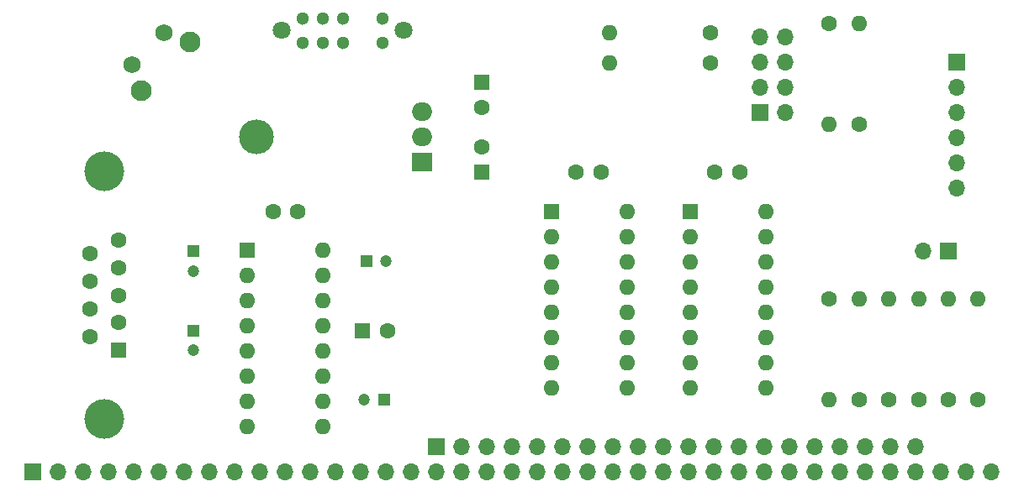
<source format=gts>
G04 #@! TF.GenerationSoftware,KiCad,Pcbnew,7.0.11+dfsg-1build4*
G04 #@! TF.CreationDate,2025-06-10T17:17:13-04:00*
G04 #@! TF.ProjectId,comm-interface,636f6d6d-2d69-46e7-9465-72666163652e,rev?*
G04 #@! TF.SameCoordinates,Original*
G04 #@! TF.FileFunction,Soldermask,Top*
G04 #@! TF.FilePolarity,Negative*
%FSLAX46Y46*%
G04 Gerber Fmt 4.6, Leading zero omitted, Abs format (unit mm)*
G04 Created by KiCad (PCBNEW 7.0.11+dfsg-1build4) date 2025-06-10 17:17:13*
%MOMM*%
%LPD*%
G01*
G04 APERTURE LIST*
%ADD10O,3.500000X3.500000*%
%ADD11R,2.000000X1.905000*%
%ADD12O,2.000000X1.905000*%
%ADD13R,1.200000X1.200000*%
%ADD14C,1.200000*%
%ADD15C,1.800000*%
%ADD16C,1.300000*%
%ADD17C,1.600000*%
%ADD18O,1.600000X1.600000*%
%ADD19R,1.700000X1.700000*%
%ADD20O,1.700000X1.700000*%
%ADD21R,1.600000X1.600000*%
%ADD22C,2.100000*%
%ADD23C,1.750000*%
%ADD24C,4.000000*%
G04 APERTURE END LIST*
D10*
X124340000Y-64460000D03*
D11*
X141000000Y-67000000D03*
D12*
X141000000Y-64460000D03*
X141000000Y-61920000D03*
D13*
X137200000Y-91000000D03*
D14*
X135200000Y-91000000D03*
D13*
X135400000Y-77000000D03*
D14*
X137400000Y-77000000D03*
D13*
X118000000Y-84000000D03*
D14*
X118000000Y-86000000D03*
D13*
X118000000Y-76000000D03*
D14*
X118000000Y-78000000D03*
D15*
X126900000Y-53750000D03*
X139100000Y-53750000D03*
D16*
X129000000Y-55000000D03*
X131000000Y-55000000D03*
X133000000Y-55000000D03*
X137000000Y-55000000D03*
X129000000Y-52500000D03*
X131000000Y-52500000D03*
X133000000Y-52500000D03*
X137000000Y-52500000D03*
D17*
X182000000Y-80840000D03*
D18*
X182000000Y-91000000D03*
D17*
X194000000Y-91000000D03*
D18*
X194000000Y-80840000D03*
D19*
X194818000Y-56896000D03*
D20*
X194818000Y-59436000D03*
X194818000Y-61976000D03*
X194818000Y-64516000D03*
X194818000Y-67056000D03*
X194818000Y-69596000D03*
D17*
X159000000Y-68000000D03*
X156500000Y-68000000D03*
D21*
X147000000Y-68000000D03*
D17*
X147000000Y-65500000D03*
X185000000Y-91000000D03*
D18*
X185000000Y-80840000D03*
D17*
X188000000Y-91000000D03*
D18*
X188000000Y-80840000D03*
D19*
X175000000Y-62000000D03*
D20*
X177540000Y-62000000D03*
X175000000Y-59460000D03*
X177540000Y-59460000D03*
X175000000Y-56920000D03*
X177540000Y-56920000D03*
X175000000Y-54380000D03*
X177540000Y-54380000D03*
D22*
X112694831Y-59826560D03*
X117651650Y-54869742D03*
D23*
X111818019Y-57181981D03*
X115000000Y-54000000D03*
D21*
X154000000Y-72000000D03*
D18*
X154000000Y-74540000D03*
X154000000Y-77080000D03*
X154000000Y-79620000D03*
X154000000Y-82160000D03*
X154000000Y-84700000D03*
X154000000Y-87240000D03*
X154000000Y-89780000D03*
X161620000Y-89780000D03*
X161620000Y-87240000D03*
X161620000Y-84700000D03*
X161620000Y-82160000D03*
X161620000Y-79620000D03*
X161620000Y-77080000D03*
X161620000Y-74540000D03*
X161620000Y-72000000D03*
D17*
X170080000Y-54000000D03*
D18*
X159920000Y-54000000D03*
D17*
X170080000Y-57000000D03*
D18*
X159920000Y-57000000D03*
D21*
X147000000Y-59000000D03*
D17*
X147000000Y-61500000D03*
D24*
X109010331Y-67927000D03*
X109010331Y-92927000D03*
D21*
X110430331Y-85967000D03*
D17*
X110430331Y-83197000D03*
X110430331Y-80427000D03*
X110430331Y-77657000D03*
X110430331Y-74887000D03*
X107590331Y-84582000D03*
X107590331Y-81812000D03*
X107590331Y-79042000D03*
X107590331Y-76272000D03*
X182000000Y-53000000D03*
D18*
X182000000Y-63160000D03*
D17*
X128500000Y-72000000D03*
X126000000Y-72000000D03*
D21*
X135000000Y-84000000D03*
D17*
X137500000Y-84000000D03*
X173000000Y-68000000D03*
X170500000Y-68000000D03*
X191000000Y-91000000D03*
D18*
X191000000Y-80840000D03*
D19*
X194000000Y-75946000D03*
D20*
X191460000Y-75946000D03*
D19*
X101803420Y-98248360D03*
D20*
X104343420Y-98248360D03*
X106883420Y-98248360D03*
X109423420Y-98248360D03*
X111963420Y-98248360D03*
X114503420Y-98248360D03*
X117043420Y-98248360D03*
X119583420Y-98248360D03*
X122123420Y-98248360D03*
X124663420Y-98248360D03*
X127203420Y-98248360D03*
X129743420Y-98248360D03*
X132283420Y-98248360D03*
X134823420Y-98248360D03*
X137363420Y-98248360D03*
X139903420Y-98248360D03*
X142443420Y-98248360D03*
X144983420Y-98248360D03*
X147523420Y-98248360D03*
X150063420Y-98248360D03*
X152603420Y-98248360D03*
X155143420Y-98248360D03*
X157683420Y-98248360D03*
X160223420Y-98248360D03*
X162763420Y-98248360D03*
X165303420Y-98248360D03*
X167843420Y-98248360D03*
X170383420Y-98248360D03*
X172923420Y-98248360D03*
X175463420Y-98248360D03*
X178003420Y-98248360D03*
X180543420Y-98248360D03*
X183083420Y-98248360D03*
X185623420Y-98248360D03*
X188163420Y-98248360D03*
X190703420Y-98248360D03*
X193243420Y-98248360D03*
X195783420Y-98248360D03*
X198323420Y-98248360D03*
D17*
X197000000Y-91000000D03*
D18*
X197000000Y-80840000D03*
D17*
X185000000Y-63160000D03*
D18*
X185000000Y-53000000D03*
D19*
X142443420Y-95708360D03*
D20*
X144983420Y-95708360D03*
X147523420Y-95708360D03*
X150063420Y-95708360D03*
X152603420Y-95708360D03*
X155143420Y-95708360D03*
X157683420Y-95708360D03*
X160223420Y-95708360D03*
X162763420Y-95708360D03*
X165303420Y-95708360D03*
X167843420Y-95708360D03*
X170383420Y-95708360D03*
X172923420Y-95708360D03*
X175463420Y-95708360D03*
X178003420Y-95708360D03*
X180543420Y-95708360D03*
X183083420Y-95708360D03*
X185623420Y-95708360D03*
X188163420Y-95708360D03*
X190703420Y-95708360D03*
D21*
X168000000Y-72000000D03*
D18*
X168000000Y-74540000D03*
X168000000Y-77080000D03*
X168000000Y-79620000D03*
X168000000Y-82160000D03*
X168000000Y-84700000D03*
X168000000Y-87240000D03*
X168000000Y-89780000D03*
X175620000Y-89780000D03*
X175620000Y-87240000D03*
X175620000Y-84700000D03*
X175620000Y-82160000D03*
X175620000Y-79620000D03*
X175620000Y-77080000D03*
X175620000Y-74540000D03*
X175620000Y-72000000D03*
D21*
X123380000Y-75920000D03*
D18*
X123380000Y-78460000D03*
X123380000Y-81000000D03*
X123380000Y-83540000D03*
X123380000Y-86080000D03*
X123380000Y-88620000D03*
X123380000Y-91160000D03*
X123380000Y-93700000D03*
X131000000Y-93700000D03*
X131000000Y-91160000D03*
X131000000Y-88620000D03*
X131000000Y-86080000D03*
X131000000Y-83540000D03*
X131000000Y-81000000D03*
X131000000Y-78460000D03*
X131000000Y-75920000D03*
M02*

</source>
